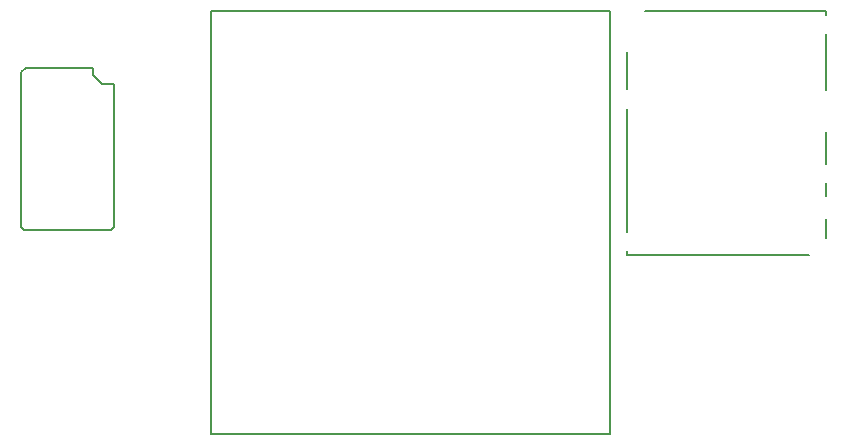
<source format=gbr>
%TF.GenerationSoftware,KiCad,Pcbnew,9.0.6*%
%TF.CreationDate,2025-11-09T20:54:40-05:00*%
%TF.ProjectId,TTEFI,54544546-492e-46b6-9963-61645f706362,rev?*%
%TF.SameCoordinates,Original*%
%TF.FileFunction,Legend,Bot*%
%TF.FilePolarity,Positive*%
%FSLAX46Y46*%
G04 Gerber Fmt 4.6, Leading zero omitted, Abs format (unit mm)*
G04 Created by KiCad (PCBNEW 9.0.6) date 2025-11-09 20:54:40*
%MOMM*%
%LPD*%
G01*
G04 APERTURE LIST*
%ADD10C,0.200000*%
G04 APERTURE END LIST*
D10*
%TO.C,M2*%
X108800000Y-89700000D02*
X142600010Y-89700000D01*
X108800000Y-125499990D02*
X108800000Y-89700000D01*
X108800000Y-125499990D02*
X142600010Y-125499990D01*
X142600010Y-125499990D02*
X142600010Y-89700000D01*
%TO.C,M1*%
X144050000Y-96299982D02*
X144050000Y-93099979D01*
X144050000Y-108399982D02*
X144050000Y-97999980D01*
X144050000Y-110299982D02*
X144050000Y-109999982D01*
X144050000Y-110299982D02*
X159450000Y-110299982D01*
X145550000Y-89699984D02*
X160849999Y-89699982D01*
X160849997Y-96399980D02*
X160849997Y-91599980D01*
X160849997Y-102599982D02*
X160849997Y-99899982D01*
X160849997Y-105299980D02*
X160849997Y-104199977D01*
X160849997Y-108849982D02*
X160850002Y-107299982D01*
X160849999Y-89999980D02*
X160849999Y-89699982D01*
%TO.C,M3*%
X92750053Y-94863318D02*
X93111701Y-94501670D01*
X92750053Y-107924999D02*
X92750053Y-94863318D01*
X92750053Y-107924999D02*
X93000053Y-108174998D01*
X93000053Y-108174998D02*
X100350434Y-108174998D01*
X93111701Y-94501670D02*
X98850051Y-94501670D01*
X98850051Y-95100379D02*
X98850051Y-94501670D01*
X98850051Y-95100379D02*
X99600052Y-95850380D01*
X99600052Y-95850380D02*
X100600053Y-95850380D01*
X100350434Y-108174998D02*
X100600053Y-107925380D01*
X100600053Y-107925380D02*
X100600053Y-95850380D01*
%TD*%
M02*

</source>
